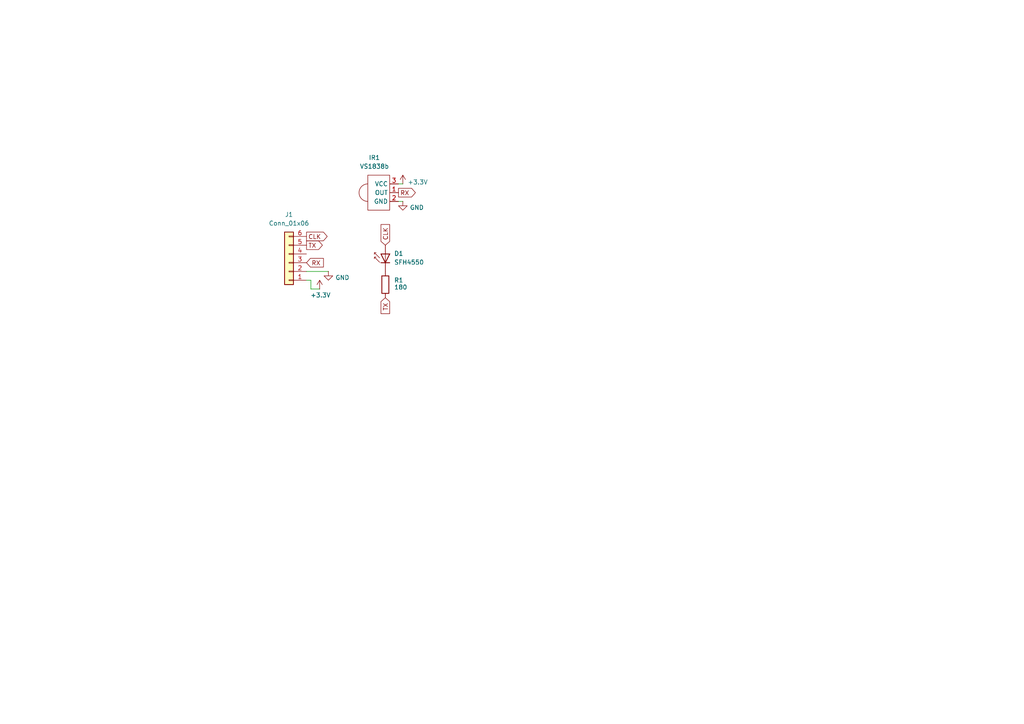
<source format=kicad_sch>
(kicad_sch (version 20250114) (generator "eeschema") (generator_version "9.0")
  (paper "A4")
  (lib_symbols
    (symbol "Connector_Generic:Conn_01x06" (pin_names (offset 1.016) (hide yes))
      (property "Reference" "J" (at 0 7.62 0))
      (property "Value" "Conn_01x06" (at 0 -10.16 0))
      (symbol "Conn_01x06_1_1"
        (rectangle (start -1.27 6.35) (end 1.27 -8.89) (stroke (width 0.254)) (fill (type background)))
        (rectangle (start -1.27 5.207) (end 0 4.953) (stroke (width 0.1524)))
        (rectangle (start -1.27 2.667) (end 0 2.413) (stroke (width 0.1524)))
        (rectangle (start -1.27 0.127) (end 0 -0.127) (stroke (width 0.1524)))
        (rectangle (start -1.27 -2.413) (end 0 -2.667) (stroke (width 0.1524)))
        (rectangle (start -1.27 -4.953) (end 0 -5.207) (stroke (width 0.1524)))
        (rectangle (start -1.27 -7.493) (end 0 -7.747) (stroke (width 0.1524)))
        (pin passive line (at -5.08 5.08 0) (length 3.81) (name "Pin_1") (number "1"))
        (pin passive line (at -5.08 2.54 0) (length 3.81) (name "Pin_2") (number "2"))
        (pin passive line (at -5.08 0 0) (length 3.81) (name "Pin_3") (number "3"))
        (pin passive line (at -5.08 -2.54 0) (length 3.81) (name "Pin_4") (number "4"))
        (pin passive line (at -5.08 -5.08 0) (length 3.81) (name "Pin_5") (number "5"))
        (pin passive line (at -5.08 -7.62 0) (length 3.81) (name "Pin_6") (number "6"))
      )
    )
    (symbol "Device:R" (pin_numbers (hide yes)) (pin_names (offset 0))
      (property "Reference" "R" (at 2.032 0 90))
      (property "Value" "R" (at 0 0 90))
      (symbol "R_0_1"
        (rectangle (start -1.016 -2.54) (end 1.016 2.54) (stroke (width 0.254)))
      )
      (symbol "R_1_1"
        (pin passive line (at 0 3.81 270) (length 1.27) (name "~") (number "1"))
        (pin passive line (at 0 -3.81 90) (length 1.27) (name "~") (number "2"))
      )
    )
    (symbol "IR:VS1838b"
      (property "Reference" "IR" (at 1.27 6.35 0))
      (property "Value" "VS1838b" (at 1.27 -6.35 0))
      (symbol "VS1838b_0_1"
        (rectangle (start -3.81 5.08) (end 2.54 -5.08))
      )
      (symbol "VS1838b_1_1"
        (arc (start -3.81 -2.54) (mid -6.3389 0) (end -3.81 2.54))
        (pin input line (at 5.08 2.54 180) (length 2.54) (name "VCC") (number "3"))
        (pin output line (at 5.08 0 180) (length 2.54) (name "OUT") (number "1"))
        (pin input line (at 5.08 -2.54 180) (length 2.54) (name "GND") (number "2"))
      )
    )
    (symbol "LED:SFH4550" (pin_numbers (hide yes)) (pin_names (offset 1.016) (hide yes))
      (property "Reference" "D" (at 0.508 1.778 0))
      (property "Value" "SFH4550" (at -1.016 -2.794 0))
      (symbol "SFH4550_0_1"
        (polyline (pts (xy -2.54 1.27) (xy -2.54 -1.27)) (stroke (width 0.254)))
        (polyline (pts (xy -2.413 1.651) (xy -0.889 3.175) (xy -0.889 2.667) (xy -0.889 3.175) (xy -1.397 3.175)))
        (polyline (pts (xy -1.143 1.651) (xy 0.381 3.175) (xy 0.381 2.667)))
        (polyline (pts (xy 0 0) (xy -2.54 0)))
        (polyline (pts (xy 0 -1.27) (xy -2.54 0) (xy 0 1.27) (xy 0 -1.27)) (stroke (width 0.254)))
        (polyline (pts (xy 0.381 3.175) (xy -0.127 3.175)))
      )
      (symbol "SFH4550_1_1"
        (pin passive line (at -5.08 0 0) (length 2.54) (name "K") (number "1"))
        (pin passive line (at 2.54 0 180) (length 2.54) (name "A") (number "2"))
      )
    )
    (symbol "power:+3.3V" (power) (pin_numbers (hide yes)) (pin_names (offset 0) (hide yes))
      (property "Value" "+3.3V" (at 0 3.556 0))
      (symbol "+3.3V_0_1"
        (polyline (pts (xy -0.762 1.27) (xy 0 2.54)))
        (polyline (pts (xy 0 2.54) (xy 0.762 1.27)))
        (polyline (pts (xy 0 0) (xy 0 2.54)))
      )
      (symbol "+3.3V_1_1"
        (pin power_in line (at 0 0 90) (length 0) (name "~") (number "1"))
      )
    )
    (symbol "power:GND" (power) (pin_numbers (hide yes)) (pin_names (offset 0) (hide yes))
      (property "Value" "GND" (at 0 -3.81 0))
      (symbol "GND_0_1"
        (polyline (pts (xy 0 0) (xy 0 -1.27) (xy 1.27 -1.27) (xy 0 -2.54) (xy -1.27 -1.27) (xy 0 -1.27)))
      )
      (symbol "GND_1_1"
        (pin power_in line (at 0 0 270) (length 0) (name "~") (number "1"))
      )
    )
  )
  (wire (pts (xy 90.17 83.82) (xy 92.71 83.82)))
  (wire (pts (xy 88.9 81.28) (xy 90.17 81.28)))
  (wire (pts (xy 95.25 78.74) (xy 88.9 78.74)))
  (wire (pts (xy 90.17 81.28) (xy 90.17 83.82)))
  (wire (pts (xy 116.84 58.42) (xy 115.57 58.42)))
  (wire (pts (xy 116.84 53.34) (xy 115.57 53.34)))
  (global_label "RX" (shape input) (at 88.9 76.2 0) (property "Intersheetrefs" "${INTERSHEET_REFS}" (effects (hide yes))))
  (global_label "CLK" (shape input) (at 111.76 71.12 90) (property "Intersheetrefs" "${INTERSHEET_REFS}" (effects (hide yes))))
  (global_label "CLK" (shape output) (at 88.9 68.58 0) (property "Intersheetrefs" "${INTERSHEET_REFS}" (effects (hide yes))))
  (global_label "TX" (shape output) (at 88.9 71.12 0) (property "Intersheetrefs" "${INTERSHEET_REFS}" (effects (hide yes))))
  (global_label "TX" (shape input) (at 111.76 86.36 270) (property "Intersheetrefs" "${INTERSHEET_REFS}" (effects (hide yes))))
  (global_label "RX" (shape output) (at 115.57 55.88 0) (property "Intersheetrefs" "${INTERSHEET_REFS}" (effects (hide yes))))
  (symbol (lib_id "power:GND") (at 95.25 78.74 0) (mirror y) (unit 1)
    (property "Reference" "#PWR03" (effects (hide yes)))
    (property "Value" "GND" (at 99.314 80.518 0))
    (property "Description" "Power symbol creates a global label with name \"GND\" , ground" (effects (hide yes)))
  )
  (symbol (lib_id "IR:VS1838b") (at 110.49 55.88 0) (unit 1)
    (property "Reference" "IR1" (at 108.5905 45.72 0))
    (property "Value" "VS1838b" (at 108.5905 48.26 0))
    (property "Footprint" "IR:VS1838b" (effects (hide yes)))
    (property "Datasheet" "https://www.elecrow.com/download/Infrared%20receiver%20vs1838b.pdf" (effects (hide yes)))
    (property "Description" "Infrared Receiver Module" (effects (hide yes)))
  )
  (symbol (lib_id "power:GND") (at 116.84 58.42 0) (mirror y) (unit 1)
    (property "Reference" "#PWR08" (effects (hide yes)))
    (property "Value" "GND" (at 120.904 60.198 0))
    (property "Description" "Power symbol creates a global label with name \"GND\" , ground" (effects (hide yes)))
  )
  (symbol (lib_id "LED:SFH4550") (at 111.76 73.66 90) (unit 1)
    (property "Reference" "D1" (at 114.3 73.5329 90) (effects (justify right)))
    (property "Value" "SFH4550" (at 114.3 76.0729 90) (effects (justify right)))
    (property "Footprint" "LED_THT:LED_D5.0mm_Horizontal_O1.27mm_Z3.0mm_IRBlack" (effects (hide yes)))
    (property "Datasheet" "http://www.osram-os.com/Graphics/XPic3/00116140_0.pdf" (effects (hide yes)))
    (property "Description" "950nm High-Power IR-LED, 5mm" (effects (hide yes)))
  )
  (symbol (lib_id "Device:R") (at 111.76 82.55 180) (unit 1)
    (property "Reference" "R1" (at 114.3 81.2799 0) (effects (justify right)))
    (property "Value" "180" (at 114.3 83.312 0) (effects (justify right)))
    (property "Footprint" "Resistor_THT:R_Axial_DIN0207_L6.3mm_D2.5mm_P10.16mm_Horizontal" (effects (hide yes)))
    (property "Description" "Resistor" (effects (hide yes)))
  )
  (symbol (lib_id "power:+3.3V") (at 116.84 53.34 0) (mirror y) (unit 1)
    (property "Reference" "#PWR07" (effects (hide yes)))
    (property "Value" "+3.3V" (at 121.158 52.832 0))
    (property "Description" "Power symbol creates a global label with name \"+3.3V\"" (effects (hide yes)))
  )
  (symbol (lib_id "power:+3.3V") (at 92.71 83.82 0) (mirror y) (unit 1)
    (property "Reference" "#PWR04" (effects (hide yes)))
    (property "Value" "+3.3V" (at 92.964 85.598 0))
    (property "Description" "Power symbol creates a global label with name \"+3.3V\"" (effects (hide yes)))
  )
  (symbol (lib_id "Connector_Generic:Conn_01x06") (at 83.82 76.2 180) (unit 1)
    (property "Reference" "J1" (at 83.82 62.23 0))
    (property "Value" "Conn_01x06" (at 83.82 64.77 0))
    (property "Footprint" "Connector_PinHeader_2.54mm:PinHeader_1x06_P2.54mm_Horizontal" (effects (hide yes)))
    (property "Description" "Generic connector, single row, 01x06, script generated (kicad-library-utils/schlib/autogen/connector/)" (effects (hide yes)))
  )
)
</source>
